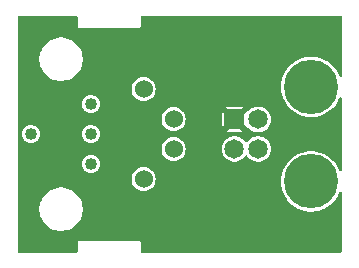
<source format=gbr>
G04 #@! TF.GenerationSoftware,KiCad,Pcbnew,8.0.6*
G04 #@! TF.CreationDate,2025-01-18T08:25:15-05:00*
G04 #@! TF.ProjectId,usbbbrkout,75736262-6272-46b6-9f75-742e6b696361,v1.0.0*
G04 #@! TF.SameCoordinates,Original*
G04 #@! TF.FileFunction,Copper,L3,Inr*
G04 #@! TF.FilePolarity,Positive*
%FSLAX46Y46*%
G04 Gerber Fmt 4.6, Leading zero omitted, Abs format (unit mm)*
G04 Created by KiCad (PCBNEW 8.0.6) date 2025-01-18 08:25:15*
%MOMM*%
%LPD*%
G01*
G04 APERTURE LIST*
G04 Aperture macros list*
%AMRoundRect*
0 Rectangle with rounded corners*
0 $1 Rounding radius*
0 $2 $3 $4 $5 $6 $7 $8 $9 X,Y pos of 4 corners*
0 Add a 4 corners polygon primitive as box body*
4,1,4,$2,$3,$4,$5,$6,$7,$8,$9,$2,$3,0*
0 Add four circle primitives for the rounded corners*
1,1,$1+$1,$2,$3*
1,1,$1+$1,$4,$5*
1,1,$1+$1,$6,$7*
1,1,$1+$1,$8,$9*
0 Add four rect primitives between the rounded corners*
20,1,$1+$1,$2,$3,$4,$5,0*
20,1,$1+$1,$4,$5,$6,$7,0*
20,1,$1+$1,$6,$7,$8,$9,0*
20,1,$1+$1,$8,$9,$2,$3,0*%
G04 Aperture macros list end*
G04 #@! TA.AperFunction,ComponentPad*
%ADD10C,1.016000*%
G04 #@! TD*
G04 #@! TA.AperFunction,ComponentPad*
%ADD11C,1.524000*%
G04 #@! TD*
G04 #@! TA.AperFunction,ComponentPad*
%ADD12RoundRect,0.250000X-0.575500X-0.575500X0.575500X-0.575500X0.575500X0.575500X-0.575500X0.575500X0*%
G04 #@! TD*
G04 #@! TA.AperFunction,ComponentPad*
%ADD13C,1.651000*%
G04 #@! TD*
G04 #@! TA.AperFunction,ComponentPad*
%ADD14C,4.600000*%
G04 #@! TD*
G04 #@! TA.AperFunction,ViaPad*
%ADD15C,1.524000*%
G04 #@! TD*
G04 APERTURE END LIST*
D10*
X129540000Y-101600000D03*
X134620000Y-101600000D03*
X134620000Y-99060000D03*
X134620000Y-104140000D03*
D11*
X139065000Y-105410000D03*
X141605000Y-102870000D03*
X141605000Y-100330000D03*
X139065000Y-97790000D03*
D12*
X146760000Y-100350000D03*
D13*
X146760000Y-102850000D03*
X148760000Y-102850000D03*
X148760000Y-100350000D03*
D14*
X153250000Y-97600000D03*
X153250000Y-105600000D03*
D15*
X136525000Y-102870000D03*
G04 #@! TA.AperFunction,Conductor*
G36*
X133418621Y-91587502D02*
G01*
X133465114Y-91641158D01*
X133476500Y-91693500D01*
X133476500Y-92481361D01*
X133495911Y-92528224D01*
X133531775Y-92564088D01*
X133531776Y-92564088D01*
X133531777Y-92564089D01*
X133578639Y-92583500D01*
X138709361Y-92583500D01*
X138756223Y-92564089D01*
X138792089Y-92528223D01*
X138811500Y-92481361D01*
X138811500Y-91693500D01*
X138831502Y-91625379D01*
X138885158Y-91578886D01*
X138937500Y-91567500D01*
X155746500Y-91567500D01*
X155814621Y-91587502D01*
X155861114Y-91641158D01*
X155872500Y-91693500D01*
X155872500Y-96610909D01*
X155852498Y-96679030D01*
X155798842Y-96725523D01*
X155728568Y-96735627D01*
X155663988Y-96706133D01*
X155632032Y-96661078D01*
X155631259Y-96661443D01*
X155607479Y-96610909D01*
X155492728Y-96367050D01*
X155433251Y-96273329D01*
X155320517Y-96095688D01*
X155320515Y-96095685D01*
X155115653Y-95848050D01*
X155115646Y-95848041D01*
X154881357Y-95628029D01*
X154855631Y-95609338D01*
X154621341Y-95439116D01*
X154496472Y-95370469D01*
X154339695Y-95284280D01*
X154040866Y-95165965D01*
X154040864Y-95165964D01*
X154040858Y-95165962D01*
X154040852Y-95165960D01*
X153729570Y-95086037D01*
X153729557Y-95086034D01*
X153410715Y-95045755D01*
X153410702Y-95045754D01*
X153410700Y-95045754D01*
X153089300Y-95045754D01*
X153089297Y-95045754D01*
X153089284Y-95045755D01*
X152770442Y-95086034D01*
X152770429Y-95086037D01*
X152459147Y-95165960D01*
X152459141Y-95165962D01*
X152160305Y-95284280D01*
X151878658Y-95439116D01*
X151618644Y-95628028D01*
X151618643Y-95628028D01*
X151384356Y-95848039D01*
X151384346Y-95848050D01*
X151179484Y-96095685D01*
X151179482Y-96095688D01*
X151007277Y-96367040D01*
X151007269Y-96367054D01*
X150870430Y-96657853D01*
X150870426Y-96657862D01*
X150771111Y-96963520D01*
X150771108Y-96963533D01*
X150710884Y-97279240D01*
X150690704Y-97599994D01*
X150690704Y-97600005D01*
X150710884Y-97920759D01*
X150771108Y-98236466D01*
X150771111Y-98236479D01*
X150870426Y-98542137D01*
X150870430Y-98542146D01*
X151007269Y-98832945D01*
X151007277Y-98832959D01*
X151179482Y-99104311D01*
X151179484Y-99104314D01*
X151179486Y-99104316D01*
X151384354Y-99351959D01*
X151618643Y-99571971D01*
X151878661Y-99760885D01*
X152160305Y-99915720D01*
X152459134Y-100034035D01*
X152459139Y-100034036D01*
X152459141Y-100034037D01*
X152459147Y-100034039D01*
X152697472Y-100095230D01*
X152770436Y-100113964D01*
X152770439Y-100113964D01*
X152770442Y-100113965D01*
X153089284Y-100154244D01*
X153089300Y-100154246D01*
X153089303Y-100154246D01*
X153410697Y-100154246D01*
X153410700Y-100154246D01*
X153596444Y-100130781D01*
X153729557Y-100113965D01*
X153729558Y-100113964D01*
X153729564Y-100113964D01*
X153894939Y-100071502D01*
X154040852Y-100034039D01*
X154040858Y-100034037D01*
X154040857Y-100034037D01*
X154040866Y-100034035D01*
X154339695Y-99915720D01*
X154621339Y-99760885D01*
X154881357Y-99571971D01*
X155115646Y-99351959D01*
X155320514Y-99104316D01*
X155492728Y-98832950D01*
X155629573Y-98542140D01*
X155629574Y-98542137D01*
X155631259Y-98538557D01*
X155632232Y-98539014D01*
X155673014Y-98486739D01*
X155740014Y-98463257D01*
X155809074Y-98479726D01*
X155858267Y-98530918D01*
X155872500Y-98589090D01*
X155872500Y-104610909D01*
X155852498Y-104679030D01*
X155798842Y-104725523D01*
X155728568Y-104735627D01*
X155663988Y-104706133D01*
X155632032Y-104661078D01*
X155631259Y-104661443D01*
X155610940Y-104618264D01*
X155492728Y-104367050D01*
X155456962Y-104310691D01*
X155320517Y-104095688D01*
X155320515Y-104095685D01*
X155152820Y-103892977D01*
X155115646Y-103848041D01*
X154881357Y-103628029D01*
X154815990Y-103580537D01*
X154621341Y-103439116D01*
X154535935Y-103392164D01*
X154339695Y-103284280D01*
X154040866Y-103165965D01*
X154040864Y-103165964D01*
X154040858Y-103165962D01*
X154040852Y-103165960D01*
X153729570Y-103086037D01*
X153729557Y-103086034D01*
X153410715Y-103045755D01*
X153410702Y-103045754D01*
X153410700Y-103045754D01*
X153089300Y-103045754D01*
X153089297Y-103045754D01*
X153089284Y-103045755D01*
X152770442Y-103086034D01*
X152770429Y-103086037D01*
X152459147Y-103165960D01*
X152459141Y-103165962D01*
X152160305Y-103284280D01*
X151878658Y-103439116D01*
X151618644Y-103628028D01*
X151618643Y-103628028D01*
X151384356Y-103848039D01*
X151384346Y-103848050D01*
X151179484Y-104095685D01*
X151179482Y-104095688D01*
X151007277Y-104367040D01*
X151007269Y-104367054D01*
X150870430Y-104657853D01*
X150870426Y-104657862D01*
X150771111Y-104963520D01*
X150771108Y-104963533D01*
X150710884Y-105279240D01*
X150690704Y-105599994D01*
X150690704Y-105600005D01*
X150710884Y-105920759D01*
X150710884Y-105920763D01*
X150710885Y-105920765D01*
X150751194Y-106132071D01*
X150771108Y-106236466D01*
X150771111Y-106236479D01*
X150870426Y-106542137D01*
X150870430Y-106542146D01*
X151007269Y-106832945D01*
X151007277Y-106832959D01*
X151179482Y-107104311D01*
X151179484Y-107104314D01*
X151205142Y-107135329D01*
X151384354Y-107351959D01*
X151618643Y-107571971D01*
X151878661Y-107760885D01*
X152160305Y-107915720D01*
X152459134Y-108034035D01*
X152459139Y-108034036D01*
X152459141Y-108034037D01*
X152459147Y-108034039D01*
X152697472Y-108095230D01*
X152770436Y-108113964D01*
X152770439Y-108113964D01*
X152770442Y-108113965D01*
X153089284Y-108154244D01*
X153089300Y-108154246D01*
X153089303Y-108154246D01*
X153410697Y-108154246D01*
X153410700Y-108154246D01*
X153562453Y-108135075D01*
X153729557Y-108113965D01*
X153729558Y-108113964D01*
X153729564Y-108113964D01*
X153898993Y-108070462D01*
X154040852Y-108034039D01*
X154040858Y-108034037D01*
X154040857Y-108034037D01*
X154040866Y-108034035D01*
X154339695Y-107915720D01*
X154621339Y-107760885D01*
X154881357Y-107571971D01*
X155115646Y-107351959D01*
X155320514Y-107104316D01*
X155492728Y-106832950D01*
X155629573Y-106542140D01*
X155629574Y-106542137D01*
X155631259Y-106538557D01*
X155632232Y-106539014D01*
X155673014Y-106486739D01*
X155740014Y-106463257D01*
X155809074Y-106479726D01*
X155858267Y-106530918D01*
X155872500Y-106589090D01*
X155872500Y-111506500D01*
X155852498Y-111574621D01*
X155798842Y-111621114D01*
X155746500Y-111632500D01*
X138937500Y-111632500D01*
X138869379Y-111612498D01*
X138822886Y-111558842D01*
X138811500Y-111506500D01*
X138811500Y-110718638D01*
X138792088Y-110671775D01*
X138756224Y-110635911D01*
X138709361Y-110616500D01*
X133629361Y-110616500D01*
X133578639Y-110616500D01*
X133531775Y-110635911D01*
X133495911Y-110671775D01*
X133476500Y-110718638D01*
X133476500Y-111506500D01*
X133456498Y-111574621D01*
X133402842Y-111621114D01*
X133350500Y-111632500D01*
X128523500Y-111632500D01*
X128455379Y-111612498D01*
X128408886Y-111558842D01*
X128397500Y-111506500D01*
X128397500Y-107829528D01*
X130242000Y-107829528D01*
X130242000Y-108070471D01*
X130273446Y-108309338D01*
X130335806Y-108542068D01*
X130335807Y-108542070D01*
X130335808Y-108542073D01*
X130428011Y-108764671D01*
X130428012Y-108764672D01*
X130428017Y-108764682D01*
X130548477Y-108973325D01*
X130695153Y-109164478D01*
X130695162Y-109164488D01*
X130865511Y-109334837D01*
X130865521Y-109334846D01*
X130865522Y-109334847D01*
X131056671Y-109481520D01*
X131265329Y-109601989D01*
X131487927Y-109694192D01*
X131720655Y-109756552D01*
X131720659Y-109756552D01*
X131720661Y-109756553D01*
X131782227Y-109764658D01*
X131959531Y-109788000D01*
X131959538Y-109788000D01*
X132200462Y-109788000D01*
X132200469Y-109788000D01*
X132416349Y-109759579D01*
X132439338Y-109756553D01*
X132439338Y-109756552D01*
X132439345Y-109756552D01*
X132672073Y-109694192D01*
X132894671Y-109601989D01*
X133103329Y-109481520D01*
X133294478Y-109334847D01*
X133464847Y-109164478D01*
X133611520Y-108973329D01*
X133731989Y-108764671D01*
X133824192Y-108542073D01*
X133886552Y-108309345D01*
X133918000Y-108070469D01*
X133918000Y-107829531D01*
X133886552Y-107590655D01*
X133824192Y-107357927D01*
X133731989Y-107135329D01*
X133611520Y-106926671D01*
X133464847Y-106735522D01*
X133464846Y-106735521D01*
X133464837Y-106735511D01*
X133294488Y-106565162D01*
X133294478Y-106565153D01*
X133103325Y-106418477D01*
X132894682Y-106298017D01*
X132894677Y-106298014D01*
X132894671Y-106298011D01*
X132672073Y-106205808D01*
X132672070Y-106205807D01*
X132672068Y-106205806D01*
X132439338Y-106143446D01*
X132200471Y-106112000D01*
X132200469Y-106112000D01*
X131959531Y-106112000D01*
X131959528Y-106112000D01*
X131720661Y-106143446D01*
X131487931Y-106205806D01*
X131487927Y-106205808D01*
X131265327Y-106298012D01*
X131265317Y-106298017D01*
X131056674Y-106418477D01*
X130865521Y-106565153D01*
X130865511Y-106565162D01*
X130695162Y-106735511D01*
X130695153Y-106735521D01*
X130548477Y-106926674D01*
X130428017Y-107135317D01*
X130428012Y-107135327D01*
X130335808Y-107357927D01*
X130335806Y-107357931D01*
X130273446Y-107590661D01*
X130242000Y-107829528D01*
X128397500Y-107829528D01*
X128397500Y-105409996D01*
X138043837Y-105409996D01*
X138043837Y-105410003D01*
X138063456Y-105609212D01*
X138063457Y-105609218D01*
X138063458Y-105609219D01*
X138121568Y-105800782D01*
X138215934Y-105977328D01*
X138342929Y-106132071D01*
X138497672Y-106259066D01*
X138674218Y-106353432D01*
X138865781Y-106411542D01*
X138865785Y-106411542D01*
X138865787Y-106411543D01*
X139064997Y-106431163D01*
X139065000Y-106431163D01*
X139065003Y-106431163D01*
X139264212Y-106411543D01*
X139264213Y-106411542D01*
X139264219Y-106411542D01*
X139455782Y-106353432D01*
X139632328Y-106259066D01*
X139787071Y-106132071D01*
X139914066Y-105977328D01*
X140008432Y-105800782D01*
X140066542Y-105609219D01*
X140067450Y-105600005D01*
X140086163Y-105410003D01*
X140086163Y-105409996D01*
X140066543Y-105210787D01*
X140066542Y-105210785D01*
X140066542Y-105210781D01*
X140008432Y-105019218D01*
X139914066Y-104842672D01*
X139787071Y-104687929D01*
X139632328Y-104560934D01*
X139455782Y-104466568D01*
X139264219Y-104408458D01*
X139264218Y-104408457D01*
X139264212Y-104408456D01*
X139065003Y-104388837D01*
X139064997Y-104388837D01*
X138865787Y-104408456D01*
X138674217Y-104466568D01*
X138497671Y-104560934D01*
X138342929Y-104687929D01*
X138215934Y-104842671D01*
X138121568Y-105019217D01*
X138063456Y-105210787D01*
X138043837Y-105409996D01*
X128397500Y-105409996D01*
X128397500Y-104140000D01*
X133852931Y-104140000D01*
X133872163Y-104310689D01*
X133872164Y-104310691D01*
X133928893Y-104472815D01*
X133928894Y-104472817D01*
X133928895Y-104472819D01*
X134020281Y-104618260D01*
X134020284Y-104618264D01*
X134141735Y-104739715D01*
X134141737Y-104739716D01*
X134141740Y-104739719D01*
X134287181Y-104831105D01*
X134449311Y-104887837D01*
X134620000Y-104907069D01*
X134790689Y-104887837D01*
X134952819Y-104831105D01*
X135098260Y-104739719D01*
X135219719Y-104618260D01*
X135311105Y-104472819D01*
X135367837Y-104310689D01*
X135387069Y-104140000D01*
X135367837Y-103969311D01*
X135311105Y-103807181D01*
X135219719Y-103661740D01*
X135219716Y-103661737D01*
X135219715Y-103661735D01*
X135098264Y-103540284D01*
X135098261Y-103540282D01*
X135098260Y-103540281D01*
X134952819Y-103448895D01*
X134952817Y-103448894D01*
X134952815Y-103448893D01*
X134823291Y-103403571D01*
X134790689Y-103392163D01*
X134620000Y-103372931D01*
X134449311Y-103392163D01*
X134449308Y-103392163D01*
X134449308Y-103392164D01*
X134287184Y-103448893D01*
X134141735Y-103540284D01*
X134020284Y-103661735D01*
X133928893Y-103807184D01*
X133886007Y-103929746D01*
X133872163Y-103969311D01*
X133852931Y-104140000D01*
X128397500Y-104140000D01*
X128397500Y-102869996D01*
X140583837Y-102869996D01*
X140583837Y-102870003D01*
X140603456Y-103069212D01*
X140603457Y-103069218D01*
X140603458Y-103069219D01*
X140661568Y-103260782D01*
X140755934Y-103437328D01*
X140882929Y-103592071D01*
X141037672Y-103719066D01*
X141214218Y-103813432D01*
X141405781Y-103871542D01*
X141405785Y-103871542D01*
X141405787Y-103871543D01*
X141604997Y-103891163D01*
X141605000Y-103891163D01*
X141605003Y-103891163D01*
X141804212Y-103871543D01*
X141804213Y-103871542D01*
X141804219Y-103871542D01*
X141995782Y-103813432D01*
X142172328Y-103719066D01*
X142327071Y-103592071D01*
X142454066Y-103437328D01*
X142548432Y-103260782D01*
X142606542Y-103069219D01*
X142608509Y-103049254D01*
X142626163Y-102870003D01*
X142626163Y-102869996D01*
X142624194Y-102850000D01*
X145675628Y-102850000D01*
X145694091Y-103049254D01*
X145748851Y-103241715D01*
X145748852Y-103241717D01*
X145748853Y-103241720D01*
X145814188Y-103372931D01*
X145838049Y-103420850D01*
X145958637Y-103580536D01*
X146106517Y-103715346D01*
X146106519Y-103715347D01*
X146106520Y-103715348D01*
X146276654Y-103820690D01*
X146463248Y-103892977D01*
X146659947Y-103929746D01*
X146659949Y-103929746D01*
X146860051Y-103929746D01*
X146860053Y-103929746D01*
X147056752Y-103892977D01*
X147243346Y-103820690D01*
X147413480Y-103715348D01*
X147561361Y-103580537D01*
X147659450Y-103450646D01*
X147716463Y-103408339D01*
X147787300Y-103403571D01*
X147849468Y-103437857D01*
X147860550Y-103450646D01*
X147958637Y-103580536D01*
X148106517Y-103715346D01*
X148106519Y-103715347D01*
X148106520Y-103715348D01*
X148276654Y-103820690D01*
X148463248Y-103892977D01*
X148659947Y-103929746D01*
X148659949Y-103929746D01*
X148860051Y-103929746D01*
X148860053Y-103929746D01*
X149056752Y-103892977D01*
X149243346Y-103820690D01*
X149413480Y-103715348D01*
X149561361Y-103580537D01*
X149681952Y-103420848D01*
X149771147Y-103241720D01*
X149825909Y-103049253D01*
X149844372Y-102850000D01*
X149825909Y-102650747D01*
X149771147Y-102458280D01*
X149681952Y-102279152D01*
X149659449Y-102249353D01*
X149561362Y-102119463D01*
X149413482Y-101984653D01*
X149243346Y-101879310D01*
X149243339Y-101879307D01*
X149056755Y-101807024D01*
X149056756Y-101807024D01*
X149056753Y-101807023D01*
X149056752Y-101807023D01*
X148860053Y-101770254D01*
X148659947Y-101770254D01*
X148463248Y-101807023D01*
X148463243Y-101807024D01*
X148276660Y-101879307D01*
X148276653Y-101879310D01*
X148106517Y-101984653D01*
X147958637Y-102119463D01*
X147860550Y-102249353D01*
X147803536Y-102291661D01*
X147732700Y-102296428D01*
X147670531Y-102262142D01*
X147659450Y-102249353D01*
X147561362Y-102119463D01*
X147413482Y-101984653D01*
X147243346Y-101879310D01*
X147243339Y-101879307D01*
X147056755Y-101807024D01*
X147056756Y-101807024D01*
X147056753Y-101807023D01*
X147056752Y-101807023D01*
X146860053Y-101770254D01*
X146659947Y-101770254D01*
X146463248Y-101807023D01*
X146463243Y-101807024D01*
X146276660Y-101879307D01*
X146276653Y-101879310D01*
X146106517Y-101984653D01*
X145958637Y-102119463D01*
X145838049Y-102279149D01*
X145748851Y-102458284D01*
X145694091Y-102650745D01*
X145675628Y-102850000D01*
X142624194Y-102850000D01*
X142606543Y-102670787D01*
X142606542Y-102670785D01*
X142606542Y-102670781D01*
X142548432Y-102479218D01*
X142454066Y-102302672D01*
X142327071Y-102147929D01*
X142172328Y-102020934D01*
X141995782Y-101926568D01*
X141804219Y-101868458D01*
X141804218Y-101868457D01*
X141804212Y-101868456D01*
X141605003Y-101848837D01*
X141604997Y-101848837D01*
X141405787Y-101868456D01*
X141214217Y-101926568D01*
X141037671Y-102020934D01*
X140882929Y-102147929D01*
X140755934Y-102302671D01*
X140661568Y-102479217D01*
X140603456Y-102670787D01*
X140583837Y-102869996D01*
X128397500Y-102869996D01*
X128397500Y-101600000D01*
X128772931Y-101600000D01*
X128792163Y-101770689D01*
X128792164Y-101770691D01*
X128848893Y-101932815D01*
X128848894Y-101932817D01*
X128848895Y-101932819D01*
X128904261Y-102020934D01*
X128940284Y-102078264D01*
X129061735Y-102199715D01*
X129061737Y-102199716D01*
X129061740Y-102199719D01*
X129207181Y-102291105D01*
X129369311Y-102347837D01*
X129540000Y-102367069D01*
X129710689Y-102347837D01*
X129872819Y-102291105D01*
X130018260Y-102199719D01*
X130139719Y-102078260D01*
X130231105Y-101932819D01*
X130287837Y-101770689D01*
X130307069Y-101600000D01*
X133852931Y-101600000D01*
X133872163Y-101770689D01*
X133872164Y-101770691D01*
X133928893Y-101932815D01*
X133928894Y-101932817D01*
X133928895Y-101932819D01*
X133984261Y-102020934D01*
X134020284Y-102078264D01*
X134141735Y-102199715D01*
X134141737Y-102199716D01*
X134141740Y-102199719D01*
X134287181Y-102291105D01*
X134449311Y-102347837D01*
X134620000Y-102367069D01*
X134790689Y-102347837D01*
X134952819Y-102291105D01*
X135098260Y-102199719D01*
X135219719Y-102078260D01*
X135311105Y-101932819D01*
X135367837Y-101770689D01*
X135387069Y-101600000D01*
X135367837Y-101429311D01*
X135311105Y-101267181D01*
X135219719Y-101121740D01*
X135219716Y-101121737D01*
X135219715Y-101121735D01*
X135098264Y-101000284D01*
X135098261Y-101000282D01*
X135098260Y-101000281D01*
X134952819Y-100908895D01*
X134952817Y-100908894D01*
X134952815Y-100908893D01*
X134844732Y-100871073D01*
X134790689Y-100852163D01*
X134620000Y-100832931D01*
X134449311Y-100852163D01*
X134449308Y-100852163D01*
X134449308Y-100852164D01*
X134287184Y-100908893D01*
X134141735Y-101000284D01*
X134020284Y-101121735D01*
X133928893Y-101267184D01*
X133884877Y-101392977D01*
X133872163Y-101429311D01*
X133852931Y-101600000D01*
X130307069Y-101600000D01*
X130287837Y-101429311D01*
X130231105Y-101267181D01*
X130139719Y-101121740D01*
X130139716Y-101121737D01*
X130139715Y-101121735D01*
X130018264Y-101000284D01*
X130018261Y-101000282D01*
X130018260Y-101000281D01*
X129872819Y-100908895D01*
X129872817Y-100908894D01*
X129872815Y-100908893D01*
X129764732Y-100871073D01*
X129710689Y-100852163D01*
X129540000Y-100832931D01*
X129369311Y-100852163D01*
X129369308Y-100852163D01*
X129369308Y-100852164D01*
X129207184Y-100908893D01*
X129061735Y-101000284D01*
X128940284Y-101121735D01*
X128848893Y-101267184D01*
X128804877Y-101392977D01*
X128792163Y-101429311D01*
X128772931Y-101600000D01*
X128397500Y-101600000D01*
X128397500Y-100329996D01*
X140583837Y-100329996D01*
X140583837Y-100330003D01*
X140603456Y-100529212D01*
X140603457Y-100529218D01*
X140603458Y-100529219D01*
X140661568Y-100720782D01*
X140755934Y-100897328D01*
X140882929Y-101052071D01*
X141037672Y-101179066D01*
X141214218Y-101273432D01*
X141405781Y-101331542D01*
X141405785Y-101331542D01*
X141405787Y-101331543D01*
X141604997Y-101351163D01*
X141605000Y-101351163D01*
X141605003Y-101351163D01*
X141804212Y-101331543D01*
X141804213Y-101331542D01*
X141804219Y-101331542D01*
X141995782Y-101273432D01*
X142172328Y-101179066D01*
X142327071Y-101052071D01*
X142454066Y-100897328D01*
X142548432Y-100720782D01*
X142606542Y-100529219D01*
X142624194Y-100350000D01*
X142626163Y-100330003D01*
X142626163Y-100329996D01*
X142606543Y-100130787D01*
X142606542Y-100130785D01*
X142606542Y-100130781D01*
X142548432Y-99939218D01*
X142454066Y-99762672D01*
X142424225Y-99726311D01*
X145680754Y-99726311D01*
X145680754Y-100973670D01*
X145680756Y-100973691D01*
X145687204Y-101033677D01*
X145695328Y-101055460D01*
X146308501Y-100442287D01*
X146331349Y-100527553D01*
X146391909Y-100632446D01*
X146477554Y-100718091D01*
X146582447Y-100778651D01*
X146667711Y-100801498D01*
X146054538Y-101414670D01*
X146076317Y-101422793D01*
X146076322Y-101422794D01*
X146136319Y-101429245D01*
X147383670Y-101429245D01*
X147383691Y-101429243D01*
X147443676Y-101422795D01*
X147465460Y-101414670D01*
X147465460Y-101414669D01*
X146852289Y-100801498D01*
X146937553Y-100778651D01*
X147042446Y-100718091D01*
X147128091Y-100632446D01*
X147188651Y-100527553D01*
X147211498Y-100442289D01*
X147824669Y-101055460D01*
X147847038Y-101050595D01*
X147917854Y-101055659D01*
X147958708Y-101080600D01*
X148106517Y-101215346D01*
X148106519Y-101215347D01*
X148106520Y-101215348D01*
X148276654Y-101320690D01*
X148463248Y-101392977D01*
X148659947Y-101429746D01*
X148659949Y-101429746D01*
X148860051Y-101429746D01*
X148860053Y-101429746D01*
X149056752Y-101392977D01*
X149243346Y-101320690D01*
X149413480Y-101215348D01*
X149561361Y-101080537D01*
X149582858Y-101052071D01*
X149681950Y-100920850D01*
X149681952Y-100920848D01*
X149771147Y-100741720D01*
X149825909Y-100549253D01*
X149844372Y-100350000D01*
X149825909Y-100150747D01*
X149771147Y-99958280D01*
X149681952Y-99779152D01*
X149669507Y-99762672D01*
X149561362Y-99619463D01*
X149413482Y-99484653D01*
X149243346Y-99379310D01*
X149243339Y-99379307D01*
X149056755Y-99307024D01*
X149056756Y-99307024D01*
X149056753Y-99307023D01*
X149056752Y-99307023D01*
X148860053Y-99270254D01*
X148659947Y-99270254D01*
X148463248Y-99307023D01*
X148463243Y-99307024D01*
X148276660Y-99379307D01*
X148276653Y-99379310D01*
X148106514Y-99484655D01*
X147958708Y-99619398D01*
X147894891Y-99650509D01*
X147847039Y-99649403D01*
X147824671Y-99644537D01*
X147211497Y-100257710D01*
X147188651Y-100172447D01*
X147128091Y-100067554D01*
X147042446Y-99981909D01*
X146937553Y-99921349D01*
X146852288Y-99898501D01*
X147465460Y-99285328D01*
X147443676Y-99277204D01*
X147383681Y-99270754D01*
X146136329Y-99270754D01*
X146136308Y-99270756D01*
X146076321Y-99277204D01*
X146054538Y-99285328D01*
X146054537Y-99285328D01*
X146667710Y-99898501D01*
X146582447Y-99921349D01*
X146477554Y-99981909D01*
X146391909Y-100067554D01*
X146331349Y-100172447D01*
X146308501Y-100257710D01*
X145695328Y-99644537D01*
X145695328Y-99644538D01*
X145687204Y-99666322D01*
X145680754Y-99726311D01*
X142424225Y-99726311D01*
X142327071Y-99607929D01*
X142172328Y-99480934D01*
X141995782Y-99386568D01*
X141804219Y-99328458D01*
X141804218Y-99328457D01*
X141804212Y-99328456D01*
X141605003Y-99308837D01*
X141604997Y-99308837D01*
X141405787Y-99328456D01*
X141214217Y-99386568D01*
X141037671Y-99480934D01*
X140882929Y-99607929D01*
X140755934Y-99762671D01*
X140661568Y-99939217D01*
X140603456Y-100130787D01*
X140583837Y-100329996D01*
X128397500Y-100329996D01*
X128397500Y-99060000D01*
X133852931Y-99060000D01*
X133872163Y-99230689D01*
X133886182Y-99270754D01*
X133928893Y-99392815D01*
X133928894Y-99392817D01*
X133928895Y-99392819D01*
X133986598Y-99484653D01*
X134020284Y-99538264D01*
X134141735Y-99659715D01*
X134141737Y-99659716D01*
X134141740Y-99659719D01*
X134287181Y-99751105D01*
X134449311Y-99807837D01*
X134620000Y-99827069D01*
X134790689Y-99807837D01*
X134952819Y-99751105D01*
X135098260Y-99659719D01*
X135219719Y-99538260D01*
X135311105Y-99392819D01*
X135367837Y-99230689D01*
X135387069Y-99060000D01*
X135367837Y-98889311D01*
X135311105Y-98727181D01*
X135219719Y-98581740D01*
X135219716Y-98581737D01*
X135219715Y-98581735D01*
X135098264Y-98460284D01*
X135098261Y-98460282D01*
X135098260Y-98460281D01*
X134952819Y-98368895D01*
X134952817Y-98368894D01*
X134952815Y-98368893D01*
X134844732Y-98331073D01*
X134790689Y-98312163D01*
X134620000Y-98292931D01*
X134449311Y-98312163D01*
X134449308Y-98312163D01*
X134449308Y-98312164D01*
X134287184Y-98368893D01*
X134141735Y-98460284D01*
X134020284Y-98581735D01*
X133928893Y-98727184D01*
X133872164Y-98889308D01*
X133872163Y-98889311D01*
X133852931Y-99060000D01*
X128397500Y-99060000D01*
X128397500Y-97789996D01*
X138043837Y-97789996D01*
X138043837Y-97790003D01*
X138063456Y-97989212D01*
X138063457Y-97989218D01*
X138063458Y-97989219D01*
X138121568Y-98180782D01*
X138215934Y-98357328D01*
X138342929Y-98512071D01*
X138497672Y-98639066D01*
X138674218Y-98733432D01*
X138865781Y-98791542D01*
X138865785Y-98791542D01*
X138865787Y-98791543D01*
X139064997Y-98811163D01*
X139065000Y-98811163D01*
X139065003Y-98811163D01*
X139264212Y-98791543D01*
X139264213Y-98791542D01*
X139264219Y-98791542D01*
X139455782Y-98733432D01*
X139632328Y-98639066D01*
X139787071Y-98512071D01*
X139914066Y-98357328D01*
X140008432Y-98180782D01*
X140066542Y-97989219D01*
X140086163Y-97790000D01*
X140086163Y-97789996D01*
X140066543Y-97590787D01*
X140066542Y-97590785D01*
X140066542Y-97590781D01*
X140008432Y-97399218D01*
X139914066Y-97222672D01*
X139787071Y-97067929D01*
X139632328Y-96940934D01*
X139455782Y-96846568D01*
X139264219Y-96788458D01*
X139264218Y-96788457D01*
X139264212Y-96788456D01*
X139065003Y-96768837D01*
X139064997Y-96768837D01*
X138865787Y-96788456D01*
X138674217Y-96846568D01*
X138497671Y-96940934D01*
X138342929Y-97067929D01*
X138215934Y-97222671D01*
X138121568Y-97399217D01*
X138063456Y-97590787D01*
X138043837Y-97789996D01*
X128397500Y-97789996D01*
X128397500Y-95129528D01*
X130242000Y-95129528D01*
X130242000Y-95370471D01*
X130273446Y-95609338D01*
X130335806Y-95842068D01*
X130335807Y-95842070D01*
X130335808Y-95842073D01*
X130428011Y-96064671D01*
X130428012Y-96064672D01*
X130428017Y-96064682D01*
X130548477Y-96273325D01*
X130695153Y-96464478D01*
X130695162Y-96464488D01*
X130865511Y-96634837D01*
X130865521Y-96634846D01*
X130865522Y-96634847D01*
X131056671Y-96781520D01*
X131265329Y-96901989D01*
X131487927Y-96994192D01*
X131720655Y-97056552D01*
X131720659Y-97056552D01*
X131720661Y-97056553D01*
X131782227Y-97064658D01*
X131959531Y-97088000D01*
X131959538Y-97088000D01*
X132200462Y-97088000D01*
X132200469Y-97088000D01*
X132416349Y-97059579D01*
X132439338Y-97056553D01*
X132439338Y-97056552D01*
X132439345Y-97056552D01*
X132672073Y-96994192D01*
X132894671Y-96901989D01*
X133103329Y-96781520D01*
X133294478Y-96634847D01*
X133464847Y-96464478D01*
X133611520Y-96273329D01*
X133731989Y-96064671D01*
X133824192Y-95842073D01*
X133886552Y-95609345D01*
X133918000Y-95370469D01*
X133918000Y-95129531D01*
X133886552Y-94890655D01*
X133824192Y-94657927D01*
X133731989Y-94435329D01*
X133611520Y-94226671D01*
X133464847Y-94035522D01*
X133464846Y-94035521D01*
X133464837Y-94035511D01*
X133294488Y-93865162D01*
X133294478Y-93865153D01*
X133103325Y-93718477D01*
X132894682Y-93598017D01*
X132894677Y-93598014D01*
X132894671Y-93598011D01*
X132672073Y-93505808D01*
X132672070Y-93505807D01*
X132672068Y-93505806D01*
X132439338Y-93443446D01*
X132200471Y-93412000D01*
X132200469Y-93412000D01*
X131959531Y-93412000D01*
X131959528Y-93412000D01*
X131720661Y-93443446D01*
X131487931Y-93505806D01*
X131487927Y-93505808D01*
X131265327Y-93598012D01*
X131265317Y-93598017D01*
X131056674Y-93718477D01*
X130865521Y-93865153D01*
X130865511Y-93865162D01*
X130695162Y-94035511D01*
X130695153Y-94035521D01*
X130548477Y-94226674D01*
X130428017Y-94435317D01*
X130428012Y-94435327D01*
X130335808Y-94657927D01*
X130335806Y-94657931D01*
X130273446Y-94890661D01*
X130242000Y-95129528D01*
X128397500Y-95129528D01*
X128397500Y-91693500D01*
X128417502Y-91625379D01*
X128471158Y-91578886D01*
X128523500Y-91567500D01*
X133350500Y-91567500D01*
X133418621Y-91587502D01*
G37*
G04 #@! TD.AperFunction*
M02*

</source>
